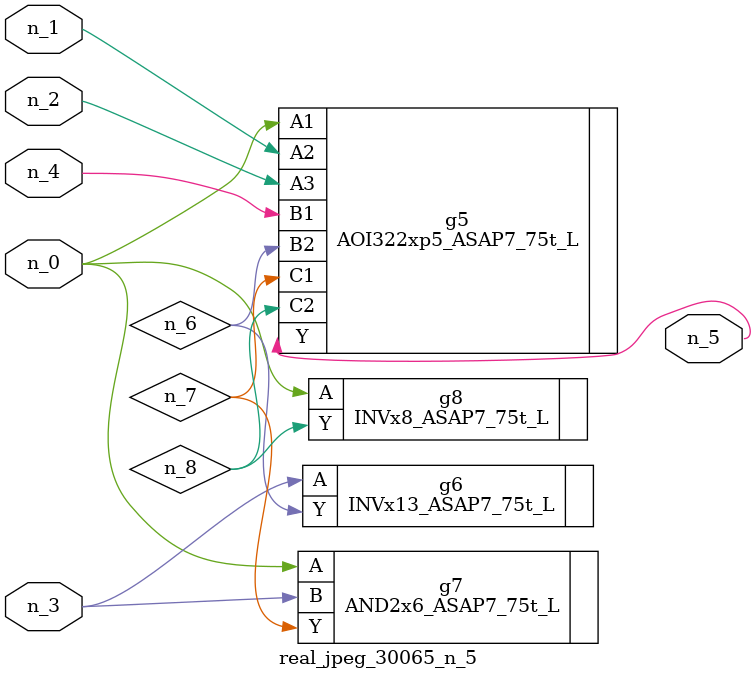
<source format=v>
module real_jpeg_30065_n_5 (n_4, n_0, n_1, n_2, n_3, n_5);

input n_4;
input n_0;
input n_1;
input n_2;
input n_3;

output n_5;

wire n_8;
wire n_6;
wire n_7;

AOI322xp5_ASAP7_75t_L g5 ( 
.A1(n_0),
.A2(n_1),
.A3(n_2),
.B1(n_4),
.B2(n_6),
.C1(n_7),
.C2(n_8),
.Y(n_5)
);

AND2x6_ASAP7_75t_L g7 ( 
.A(n_0),
.B(n_3),
.Y(n_7)
);

INVx8_ASAP7_75t_L g8 ( 
.A(n_0),
.Y(n_8)
);

INVx13_ASAP7_75t_L g6 ( 
.A(n_3),
.Y(n_6)
);


endmodule
</source>
